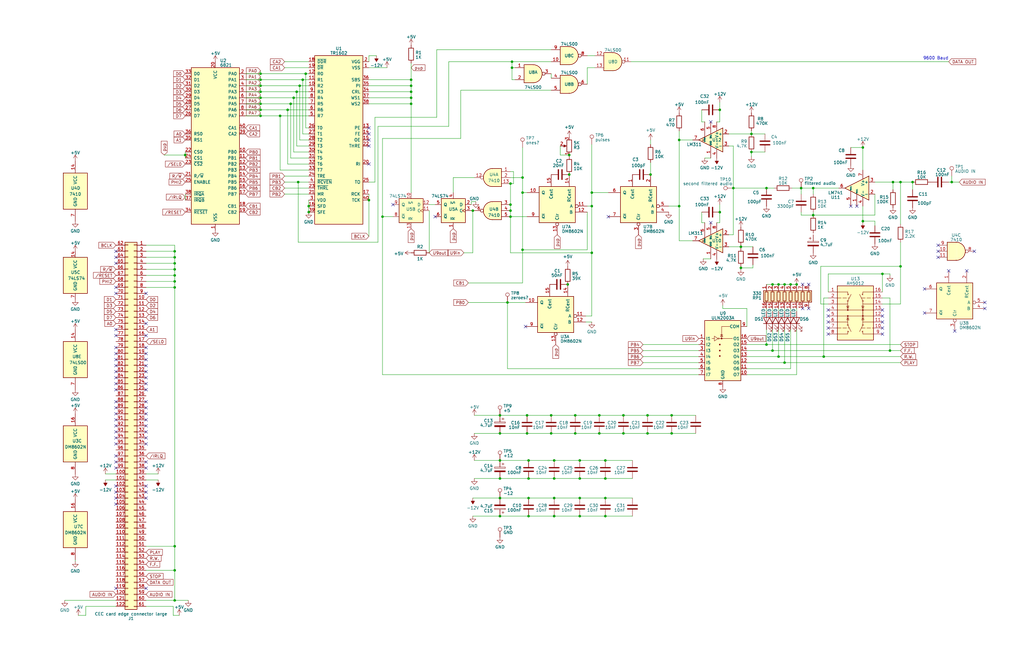
<source format=kicad_sch>
(kicad_sch (version 20230121) (generator eeschema)
  (paper "B")
  (junction (at 325.755 120.015))
  (junction (at 199.39 88.9))
  (junction (at 239.395 120.015))
  (junction (at 328.295 120.015))
  (junction (at 210.82 201.93))
  (junction (at 273.05 175.26))
  (junction (at 244.475 201.93))
  (junction (at 309.245 79.375))
  (junction (at 274.32 73.66))
  (junction (at 384.81 76.835))
  (junction (at 222.25 182.88))
  (junction (at 312.42 104.14))
  (junction (at 125.095 38.735))
  (junction (at 286.385 59.055))
  (junction (at 233.68 217.805))
  (junction (at 173.355 43.815))
  (junction (at 125.73 76.835))
  (junction (at 215.9 28.575))
  (junction (at 286.385 86.995))
  (junction (at 118.11 48.895))
  (junction (at 363.855 62.23))
  (junction (at 210.82 210.185))
  (junction (at 121.285 46.355))
  (junction (at 130.175 89.535))
  (junction (at 232.41 175.26))
  (junction (at 173.355 41.275))
  (junction (at 215.265 88.9))
  (junction (at 127.635 33.655))
  (junction (at 109.855 43.815))
  (junction (at 312.42 113.03))
  (junction (at 123.825 41.275))
  (junction (at 376.555 76.835))
  (junction (at 109.855 31.115))
  (junction (at 303.53 89.535))
  (junction (at 316.865 56.515))
  (junction (at 232.41 182.88))
  (junction (at 330.835 120.015))
  (junction (at 210.82 175.26))
  (junction (at 244.475 217.805))
  (junction (at 215.9 26.035))
  (junction (at 379.73 112.395))
  (junction (at 255.27 201.93))
  (junction (at 128.905 31.115))
  (junction (at 109.855 36.195))
  (junction (at 325.755 147.955))
  (junction (at 244.475 194.31))
  (junction (at 233.68 201.93))
  (junction (at 240.03 65.405))
  (junction (at 155.575 84.455))
  (junction (at 210.82 217.805))
  (junction (at 73.66 253.365))
  (junction (at 330.835 153.035))
  (junction (at 109.855 46.355))
  (junction (at 233.68 194.31))
  (junction (at 210.82 194.31))
  (junction (at 222.25 175.26))
  (junction (at 222.885 194.31))
  (junction (at 372.11 115.57))
  (junction (at 262.89 175.26))
  (junction (at 401.32 76.835))
  (junction (at 283.21 182.88))
  (junction (at 109.855 33.655))
  (junction (at 316.865 64.135))
  (junction (at 240.03 73.66))
  (junction (at 73.66 108.585))
  (junction (at 379.73 76.835))
  (junction (at 249.555 81.28))
  (junction (at 78.105 65.405))
  (junction (at 249.555 86.995))
  (junction (at 215.265 86.36))
  (junction (at 122.555 43.815))
  (junction (at 255.27 217.805))
  (junction (at 328.295 150.495))
  (junction (at 335.915 120.015))
  (junction (at 73.66 116.205))
  (junction (at 375.285 147.955))
  (junction (at 215.265 91.44))
  (junction (at 323.215 145.415))
  (junction (at 210.82 182.88))
  (junction (at 255.27 210.185))
  (junction (at 244.475 210.185))
  (junction (at 109.855 38.735))
  (junction (at 262.89 182.88))
  (junction (at 242.57 175.26))
  (junction (at 173.355 36.195))
  (junction (at 213.995 127.635))
  (junction (at 73.66 118.745))
  (junction (at 303.53 46.355))
  (junction (at 283.21 175.26))
  (junction (at 73.66 121.285))
  (junction (at 252.73 182.88))
  (junction (at 109.855 41.275))
  (junction (at 109.855 48.895))
  (junction (at 73.66 111.125))
  (junction (at 126.365 36.195))
  (junction (at 73.66 240.665))
  (junction (at 273.05 182.88))
  (junction (at 73.66 230.505))
  (junction (at 363.855 93.345))
  (junction (at 222.885 201.93))
  (junction (at 220.345 105.41))
  (junction (at 342.9 90.805))
  (junction (at 220.345 74.93))
  (junction (at 337.82 79.375))
  (junction (at 233.68 210.185))
  (junction (at 215.265 77.47))
  (junction (at 73.66 106.045))
  (junction (at 222.885 217.805))
  (junction (at 73.66 113.665))
  (junction (at 347.345 150.495))
  (junction (at 323.215 79.375))
  (junction (at 252.73 175.26))
  (junction (at 130.175 86.995))
  (junction (at 222.885 210.185))
  (junction (at 220.345 81.28))
  (junction (at 173.355 38.735))
  (junction (at 249.555 106.68))
  (junction (at 333.375 120.015))
  (junction (at 173.355 33.655))
  (junction (at 342.9 79.375))
  (junction (at 255.27 194.31))
  (junction (at 161.29 91.44))
  (junction (at 242.57 182.88))
  (no_connect (at 48.895 111.125))
  (no_connect (at 48.895 164.465))
  (no_connect (at 48.895 182.245))
  (no_connect (at 61.595 161.925))
  (no_connect (at 61.595 248.285))
  (no_connect (at 48.895 174.625))
  (no_connect (at 61.595 207.645))
  (no_connect (at 48.895 169.545))
  (no_connect (at 48.895 194.945))
  (no_connect (at 155.575 53.975))
  (no_connect (at 61.595 149.225))
  (no_connect (at 48.895 248.285))
  (no_connect (at 61.595 159.385))
  (no_connect (at 48.895 123.825))
  (no_connect (at 349.25 133.35))
  (no_connect (at 340.995 130.175))
  (no_connect (at 349.25 138.43))
  (no_connect (at 61.595 154.305))
  (no_connect (at 48.895 141.605))
  (no_connect (at 372.11 135.89))
  (no_connect (at 48.895 146.685))
  (no_connect (at 340.995 120.015))
  (no_connect (at 48.895 184.785))
  (no_connect (at 165.735 86.36))
  (no_connect (at 256.54 91.44))
  (no_connect (at 48.895 179.705))
  (no_connect (at 61.595 210.185))
  (no_connect (at 48.895 192.405))
  (no_connect (at 61.595 156.845))
  (no_connect (at 48.895 212.725))
  (no_connect (at 155.575 61.595))
  (no_connect (at 48.895 156.845))
  (no_connect (at 395.605 106.045))
  (no_connect (at 338.455 130.175))
  (no_connect (at 221.615 137.795))
  (no_connect (at 61.595 136.525))
  (no_connect (at 48.895 121.285))
  (no_connect (at 61.595 141.605))
  (no_connect (at 61.595 184.785))
  (no_connect (at 48.895 161.925))
  (no_connect (at 48.895 108.585))
  (no_connect (at 402.59 139.7))
  (no_connect (at 395.605 108.585))
  (no_connect (at 299.72 93.98))
  (no_connect (at 61.595 194.945))
  (no_connect (at 372.11 138.43))
  (no_connect (at 155.575 56.515))
  (no_connect (at 395.605 103.505))
  (no_connect (at 183.515 91.44))
  (no_connect (at 349.25 135.89))
  (no_connect (at 48.895 187.325))
  (no_connect (at 61.595 205.105))
  (no_connect (at 415.29 130.175))
  (no_connect (at 358.775 86.995))
  (no_connect (at 48.895 197.485))
  (no_connect (at 155.575 59.055))
  (no_connect (at 407.67 114.3))
  (no_connect (at 61.595 123.825))
  (no_connect (at 61.595 177.165))
  (no_connect (at 372.11 140.97))
  (no_connect (at 61.595 164.465))
  (no_connect (at 48.895 139.065))
  (no_connect (at 61.595 187.325))
  (no_connect (at 155.575 69.215))
  (no_connect (at 48.895 210.185))
  (no_connect (at 61.595 146.685))
  (no_connect (at 349.25 130.81))
  (no_connect (at 400.05 114.3))
  (no_connect (at 410.845 106.045))
  (no_connect (at 48.895 177.165))
  (no_connect (at 48.895 106.045))
  (no_connect (at 389.89 121.92))
  (no_connect (at 299.72 51.435))
  (no_connect (at 372.11 130.81))
  (no_connect (at 48.895 149.225))
  (no_connect (at 338.455 120.015))
  (no_connect (at 372.11 133.35))
  (no_connect (at 61.595 174.625))
  (no_connect (at 48.895 205.105))
  (no_connect (at 48.895 151.765))
  (no_connect (at 61.595 169.545))
  (no_connect (at 361.315 86.995))
  (no_connect (at 389.89 132.08))
  (no_connect (at 61.595 172.085))
  (no_connect (at 48.895 159.385))
  (no_connect (at 61.595 151.765))
  (no_connect (at 349.25 140.97))
  (no_connect (at 61.595 182.245))
  (no_connect (at 415.29 127.635))
  (no_connect (at 48.895 154.305))
  (no_connect (at 61.595 197.485))
  (no_connect (at 48.895 172.085))
  (no_connect (at 48.895 207.645))
  (no_connect (at 61.595 179.705))
  (wire (pts (xy 379.73 102.235) (xy 379.73 112.395)))
  (wire (pts (xy 274.32 68.58) (xy 274.32 73.66)))
  (wire (pts (xy 307.34 99.06) (xy 309.245 99.06)))
  (wire (pts (xy 184.15 20.955) (xy 232.41 20.955)))
  (wire (pts (xy 330.835 139.065) (xy 330.835 153.035)))
  (wire (pts (xy 309.245 79.375) (xy 323.215 79.375)))
  (wire (pts (xy 297.18 93.98) (xy 295.91 93.98)))
  (wire (pts (xy 200.025 182.88) (xy 210.82 182.88)))
  (wire (pts (xy 233.68 210.185) (xy 244.475 210.185)))
  (wire (pts (xy 297.18 66.675) (xy 299.72 66.675)))
  (wire (pts (xy 325.755 131.445) (xy 325.755 130.175)))
  (wire (pts (xy 337.82 81.915) (xy 337.82 79.375)))
  (wire (pts (xy 215.9 28.575) (xy 215.9 33.655)))
  (wire (pts (xy 159.385 53.34) (xy 189.23 53.34)))
  (wire (pts (xy 222.25 182.88) (xy 232.41 182.88)))
  (wire (pts (xy 349.25 115.57) (xy 349.25 123.19)))
  (wire (pts (xy 222.885 210.185) (xy 233.68 210.185)))
  (wire (pts (xy 109.855 43.815) (xy 122.555 43.815)))
  (wire (pts (xy 123.825 41.275) (xy 130.175 41.275)))
  (wire (pts (xy 155.575 76.835) (xy 158.115 76.835)))
  (wire (pts (xy 73.66 230.505) (xy 73.66 240.665)))
  (wire (pts (xy 222.885 201.93) (xy 233.68 201.93)))
  (wire (pts (xy 249.555 135.89) (xy 247.015 135.89)))
  (wire (pts (xy 61.595 103.505) (xy 73.66 103.505)))
  (wire (pts (xy 73.66 253.365) (xy 79.375 253.365)))
  (wire (pts (xy 247.65 105.41) (xy 220.345 105.41)))
  (wire (pts (xy 61.595 108.585) (xy 73.66 108.585)))
  (wire (pts (xy 249.555 106.68) (xy 215.265 106.68)))
  (wire (pts (xy 236.22 65.405) (xy 236.22 61.595)))
  (wire (pts (xy 401.32 76.835) (xy 401.32 74.295)))
  (wire (pts (xy 242.57 175.26) (xy 252.73 175.26)))
  (wire (pts (xy 375.285 125.73) (xy 375.285 147.955)))
  (wire (pts (xy 130.175 53.975) (xy 128.905 53.975)))
  (wire (pts (xy 121.285 69.215) (xy 121.285 46.355)))
  (wire (pts (xy 281.94 86.995) (xy 286.385 86.995)))
  (wire (pts (xy 217.17 33.655) (xy 215.9 33.655)))
  (wire (pts (xy 296.545 109.22) (xy 299.72 109.22)))
  (wire (pts (xy 330.835 120.015) (xy 333.375 120.015)))
  (wire (pts (xy 73.66 106.045) (xy 61.595 106.045)))
  (wire (pts (xy 337.82 89.535) (xy 337.82 90.805)))
  (wire (pts (xy 342.9 79.375) (xy 353.695 79.375)))
  (wire (pts (xy 249.555 106.68) (xy 249.555 133.35)))
  (wire (pts (xy 78.105 81.915) (xy 78.105 84.455)))
  (wire (pts (xy 349.25 128.27) (xy 346.075 128.27)))
  (wire (pts (xy 78.105 64.135) (xy 78.105 65.405)))
  (wire (pts (xy 379.73 112.395) (xy 379.73 128.27)))
  (wire (pts (xy 180.975 106.68) (xy 180.975 88.9)))
  (wire (pts (xy 314.96 153.035) (xy 330.835 153.035)))
  (wire (pts (xy 215.265 86.36) (xy 215.265 88.9)))
  (wire (pts (xy 109.855 33.655) (xy 127.635 33.655)))
  (wire (pts (xy 283.21 182.88) (xy 293.37 182.88)))
  (wire (pts (xy 194.31 58.42) (xy 194.31 38.1)))
  (wire (pts (xy 347.345 125.73) (xy 347.345 150.495)))
  (wire (pts (xy 161.29 158.115) (xy 294.64 158.115)))
  (wire (pts (xy 323.215 131.445) (xy 323.215 130.175)))
  (wire (pts (xy 307.34 56.515) (xy 316.865 56.515)))
  (wire (pts (xy 379.73 128.27) (xy 372.11 128.27)))
  (wire (pts (xy 61.595 200.025) (xy 66.675 200.025)))
  (wire (pts (xy 372.11 123.19) (xy 372.11 115.57)))
  (wire (pts (xy 233.68 201.93) (xy 244.475 201.93)))
  (wire (pts (xy 273.05 182.88) (xy 283.21 182.88)))
  (wire (pts (xy 335.915 139.065) (xy 335.915 158.115)))
  (wire (pts (xy 244.475 194.31) (xy 255.27 194.31)))
  (wire (pts (xy 126.365 59.055) (xy 126.365 36.195)))
  (wire (pts (xy 130.175 59.055) (xy 126.365 59.055)))
  (wire (pts (xy 303.53 43.18) (xy 303.53 46.355)))
  (wire (pts (xy 118.11 71.755) (xy 118.11 48.895)))
  (wire (pts (xy 333.375 120.015) (xy 335.915 120.015)))
  (wire (pts (xy 376.555 76.835) (xy 379.73 76.835)))
  (wire (pts (xy 155.575 23.495) (xy 155.575 26.035)))
  (wire (pts (xy 312.42 104.775) (xy 312.42 104.14)))
  (wire (pts (xy 309.245 61.595) (xy 309.245 79.375)))
  (wire (pts (xy 189.23 26.035) (xy 215.9 26.035)))
  (wire (pts (xy 155.575 33.655) (xy 173.355 33.655)))
  (wire (pts (xy 363.855 62.23) (xy 358.775 62.23)))
  (wire (pts (xy 120.015 74.295) (xy 130.175 74.295)))
  (wire (pts (xy 323.215 139.065) (xy 323.215 145.415)))
  (wire (pts (xy 155.575 36.195) (xy 173.355 36.195)))
  (wire (pts (xy 252.73 175.26) (xy 262.89 175.26)))
  (wire (pts (xy 158.75 23.495) (xy 155.575 23.495)))
  (wire (pts (xy 191.135 74.93) (xy 191.135 81.28)))
  (wire (pts (xy 103.505 38.735) (xy 109.855 38.735)))
  (wire (pts (xy 199.39 210.185) (xy 210.82 210.185)))
  (wire (pts (xy 249.555 60.96) (xy 249.555 81.28)))
  (wire (pts (xy 121.285 46.355) (xy 130.175 46.355)))
  (wire (pts (xy 328.295 131.445) (xy 328.295 130.175)))
  (wire (pts (xy 322.58 64.135) (xy 316.865 64.135)))
  (wire (pts (xy 197.485 119.38) (xy 220.345 119.38)))
  (wire (pts (xy 210.82 194.31) (xy 222.885 194.31)))
  (wire (pts (xy 349.25 115.57) (xy 372.11 115.57)))
  (wire (pts (xy 335.915 131.445) (xy 335.915 130.175)))
  (wire (pts (xy 292.1 59.055) (xy 286.385 59.055)))
  (wire (pts (xy 118.11 48.895) (xy 130.175 48.895)))
  (wire (pts (xy 215.265 91.44) (xy 215.265 88.9)))
  (wire (pts (xy 213.995 155.575) (xy 294.64 155.575)))
  (wire (pts (xy 303.53 93.98) (xy 303.53 89.535)))
  (wire (pts (xy 103.505 48.895) (xy 109.855 48.895)))
  (wire (pts (xy 215.9 26.035) (xy 232.41 26.035)))
  (wire (pts (xy 312.42 113.03) (xy 317.5 113.03)))
  (wire (pts (xy 73.025 255.905) (xy 61.595 255.905)))
  (wire (pts (xy 368.935 90.805) (xy 368.935 81.915)))
  (wire (pts (xy 61.595 240.665) (xy 73.66 240.665)))
  (wire (pts (xy 44.45 202.565) (xy 48.895 202.565)))
  (wire (pts (xy 233.68 194.31) (xy 244.475 194.31)))
  (wire (pts (xy 286.385 55.245) (xy 286.385 59.055)))
  (wire (pts (xy 161.29 58.42) (xy 194.31 58.42)))
  (wire (pts (xy 249.555 133.35) (xy 247.015 133.35)))
  (wire (pts (xy 222.885 217.805) (xy 233.68 217.805)))
  (wire (pts (xy 44.45 200.025) (xy 48.895 200.025)))
  (wire (pts (xy 346.075 128.27) (xy 346.075 112.395)))
  (wire (pts (xy 130.175 64.135) (xy 123.825 64.135)))
  (wire (pts (xy 333.375 139.065) (xy 333.375 155.575)))
  (wire (pts (xy 130.175 69.215) (xy 121.285 69.215)))
  (wire (pts (xy 69.215 65.405) (xy 78.105 65.405)))
  (wire (pts (xy 250.825 23.495) (xy 247.65 23.495)))
  (wire (pts (xy 61.595 230.505) (xy 73.66 230.505)))
  (wire (pts (xy 118.11 71.755) (xy 130.175 71.755)))
  (wire (pts (xy 244.475 210.185) (xy 255.27 210.185)))
  (wire (pts (xy 376.555 80.01) (xy 376.555 76.835)))
  (wire (pts (xy 255.27 210.185) (xy 266.7 210.185)))
  (wire (pts (xy 126.365 36.195) (xy 130.175 36.195)))
  (wire (pts (xy 274.32 59.055) (xy 274.32 60.96)))
  (wire (pts (xy 128.905 31.115) (xy 130.175 31.115)))
  (wire (pts (xy 103.505 33.655) (xy 109.855 33.655)))
  (wire (pts (xy 73.66 121.285) (xy 73.66 118.745)))
  (wire (pts (xy 127.635 33.655) (xy 130.175 33.655)))
  (wire (pts (xy 271.145 145.415) (xy 294.64 145.415)))
  (wire (pts (xy 109.855 31.115) (xy 128.905 31.115)))
  (wire (pts (xy 363.855 71.755) (xy 363.855 62.23)))
  (wire (pts (xy 363.855 86.995) (xy 363.855 93.345)))
  (wire (pts (xy 314.96 150.495) (xy 328.295 150.495)))
  (wire (pts (xy 247.65 28.575) (xy 250.825 28.575)))
  (wire (pts (xy 61.595 118.745) (xy 73.66 118.745)))
  (wire (pts (xy 271.145 150.495) (xy 294.64 150.495)))
  (wire (pts (xy 103.505 36.195) (xy 109.855 36.195)))
  (wire (pts (xy 273.05 175.26) (xy 283.21 175.26)))
  (wire (pts (xy 304.8 130.175) (xy 304.8 128.905)))
  (wire (pts (xy 232.41 31.115) (xy 232.41 33.02)))
  (wire (pts (xy 173.355 36.195) (xy 173.355 38.735)))
  (wire (pts (xy 316.865 56.515) (xy 322.58 56.515)))
  (wire (pts (xy 128.905 53.975) (xy 128.905 31.115)))
  (wire (pts (xy 372.11 125.73) (xy 375.285 125.73)))
  (wire (pts (xy 125.095 38.735) (xy 130.175 38.735)))
  (wire (pts (xy 384.81 80.01) (xy 384.81 76.835)))
  (wire (pts (xy 103.505 41.275) (xy 109.855 41.275)))
  (wire (pts (xy 215.265 77.47) (xy 216.535 77.47)))
  (wire (pts (xy 61.595 253.365) (xy 73.66 253.365)))
  (wire (pts (xy 155.575 81.915) (xy 155.575 84.455)))
  (wire (pts (xy 109.855 37.465) (xy 109.855 38.735)))
  (wire (pts (xy 103.505 31.115) (xy 109.855 31.115)))
  (wire (pts (xy 330.835 153.035) (xy 379.73 153.035)))
  (wire (pts (xy 215.265 77.47) (xy 215.265 86.36)))
  (wire (pts (xy 61.595 116.205) (xy 73.66 116.205)))
  (wire (pts (xy 304.8 130.175) (xy 314.96 130.175)))
  (wire (pts (xy 222.885 194.31) (xy 233.68 194.31)))
  (wire (pts (xy 199.39 88.9) (xy 200.025 88.9)))
  (wire (pts (xy 247.65 86.995) (xy 249.555 86.995)))
  (wire (pts (xy 314.96 158.115) (xy 335.915 158.115)))
  (wire (pts (xy 161.29 58.42) (xy 161.29 91.44)))
  (wire (pts (xy 200.025 74.93) (xy 191.135 74.93)))
  (wire (pts (xy 215.265 74.93) (xy 220.345 74.93)))
  (wire (pts (xy 222.25 175.26) (xy 232.41 175.26)))
  (wire (pts (xy 255.27 194.31) (xy 266.7 194.31)))
  (wire (pts (xy 240.03 65.405) (xy 240.03 66.04)))
  (wire (pts (xy 295.91 51.435) (xy 295.91 46.355)))
  (wire (pts (xy 75.565 259.715) (xy 73.025 259.715)))
  (wire (pts (xy 73.66 240.665) (xy 73.66 253.365)))
  (wire (pts (xy 73.66 116.205) (xy 73.66 113.665)))
  (wire (pts (xy 404.495 76.835) (xy 401.32 76.835)))
  (wire (pts (xy 109.855 46.355) (xy 121.285 46.355)))
  (wire (pts (xy 262.89 175.26) (xy 273.05 175.26)))
  (wire (pts (xy 247.65 35.56) (xy 247.65 28.575)))
  (wire (pts (xy 215.9 28.575) (xy 215.9 26.035)))
  (wire (pts (xy 379.73 94.615) (xy 379.73 76.835)))
  (wire (pts (xy 163.195 28.575) (xy 155.575 28.575)))
  (wire (pts (xy 109.855 45.085) (xy 109.855 46.355)))
  (wire (pts (xy 328.295 139.065) (xy 328.295 150.495)))
  (wire (pts (xy 286.385 101.6) (xy 292.1 101.6)))
  (wire (pts (xy 220.345 62.23) (xy 220.345 74.93)))
  (wire (pts (xy 337.82 90.805) (xy 342.9 90.805)))
  (wire (pts (xy 220.345 81.28) (xy 220.345 105.41)))
  (wire (pts (xy 73.66 113.665) (xy 61.595 113.665)))
  (wire (pts (xy 325.755 139.065) (xy 325.755 147.955)))
  (wire (pts (xy 252.73 182.88) (xy 262.89 182.88)))
  (wire (pts (xy 120.015 81.915) (xy 130.175 81.915)))
  (wire (pts (xy 120.015 26.035) (xy 130.175 26.035)))
  (wire (pts (xy 210.82 217.805) (xy 222.885 217.805)))
  (wire (pts (xy 109.855 38.735) (xy 125.095 38.735)))
  (wire (pts (xy 173.355 41.275) (xy 173.355 43.815)))
  (wire (pts (xy 103.505 46.355) (xy 109.855 46.355)))
  (wire (pts (xy 210.82 210.185) (xy 222.885 210.185)))
  (wire (pts (xy 199.39 217.805) (xy 210.82 217.805)))
  (wire (pts (xy 334.01 79.375) (xy 337.82 79.375)))
  (wire (pts (xy 109.855 42.545) (xy 109.855 43.815)))
  (wire (pts (xy 130.175 61.595) (xy 125.095 61.595)))
  (wire (pts (xy 215.265 91.44) (xy 222.25 91.44)))
  (wire (pts (xy 247.65 89.535) (xy 247.65 105.41)))
  (wire (pts (xy 220.345 105.41) (xy 220.345 119.38)))
  (wire (pts (xy 317.5 113.03) (xy 317.5 111.76)))
  (wire (pts (xy 220.345 81.28) (xy 222.25 81.28)))
  (wire (pts (xy 295.91 93.98) (xy 295.91 89.535)))
  (wire (pts (xy 173.355 38.735) (xy 173.355 41.275)))
  (wire (pts (xy 73.66 113.665) (xy 73.66 111.125)))
  (wire (pts (xy 233.68 217.805) (xy 244.475 217.805)))
  (wire (pts (xy 210.82 201.93) (xy 222.885 201.93)))
  (wire (pts (xy 368.935 95.25) (xy 368.935 93.345)))
  (wire (pts (xy 120.015 76.835) (xy 125.73 76.835)))
  (wire (pts (xy 159.385 102.235) (xy 159.385 53.34)))
  (wire (pts (xy 27.305 253.365) (xy 48.895 253.365)))
  (wire (pts (xy 213.995 127.635) (xy 213.995 155.575)))
  (wire (pts (xy 297.18 51.435) (xy 295.91 51.435)))
  (wire (pts (xy 256.54 81.28) (xy 249.555 81.28)))
  (wire (pts (xy 155.575 84.455) (xy 155.575 99.695)))
  (wire (pts (xy 198.755 86.36) (xy 198.755 85.09)))
  (wire (pts (xy 215.9 28.575) (xy 217.17 28.575)))
  (wire (pts (xy 368.935 93.345) (xy 363.855 93.345)))
  (wire (pts (xy 249.555 81.28) (xy 249.555 86.995)))
  (wire (pts (xy 197.485 127.635) (xy 213.995 127.635)))
  (wire (pts (xy 255.27 217.805) (xy 266.7 217.805)))
  (wire (pts (xy 325.755 120.015) (xy 328.295 120.015)))
  (wire (pts (xy 302.26 93.98) (xy 303.53 93.98)))
  (wire (pts (xy 302.26 51.435) (xy 303.53 51.435)))
  (wire (pts (xy 198.755 85.09) (xy 200.66 85.09)))
  (wire (pts (xy 199.39 88.9) (xy 199.39 106.68)))
  (wire (pts (xy 130.175 84.455) (xy 130.175 86.995)))
  (wire (pts (xy 240.03 65.405) (xy 236.22 65.405)))
  (wire (pts (xy 199.39 106.68) (xy 195.58 106.68)))
  (wire (pts (xy 337.82 79.375) (xy 342.9 79.375)))
  (wire (pts (xy 309.245 79.375) (xy 309.245 99.06)))
  (wire (pts (xy 271.145 147.955) (xy 294.64 147.955)))
  (wire (pts (xy 158.115 76.835) (xy 158.115 49.53)))
  (wire (pts (xy 194.31 38.1) (xy 232.41 38.1)))
  (wire (pts (xy 323.215 145.415) (xy 379.73 145.415)))
  (wire (pts (xy 368.935 76.835) (xy 376.555 76.835)))
  (wire (pts (xy 158.115 49.53) (xy 184.15 49.53)))
  (wire (pts (xy 342.9 90.805) (xy 368.935 90.805)))
  (wire (pts (xy 73.66 108.585) (xy 73.66 106.045)))
  (wire (pts (xy 120.015 79.375) (xy 130.175 79.375)))
  (wire (pts (xy 323.215 79.375) (xy 326.39 79.375)))
  (wire (pts (xy 161.29 91.44) (xy 161.29 158.115)))
  (wire (pts (xy 155.575 43.815) (xy 173.355 43.815)))
  (wire (pts (xy 312.42 104.14) (xy 317.5 104.14)))
  (wire (pts (xy 379.73 76.835) (xy 384.81 76.835)))
  (wire (pts (xy 36.195 255.905) (xy 48.895 255.905)))
  (wire (pts (xy 109.855 36.195) (xy 126.365 36.195)))
  (wire (pts (xy 122.555 43.815) (xy 130.175 43.815)))
  (wire (pts (xy 173.355 43.815) (xy 173.355 81.28)))
  (wire (pts (xy 125.73 76.835) (xy 125.73 102.235)))
  (wire (pts (xy 242.57 182.88) (xy 252.73 182.88)))
  (wire (pts (xy 61.595 121.285) (xy 73.66 121.285)))
  (wire (pts (xy 333.375 131.445) (xy 333.375 130.175)))
  (wire (pts (xy 184.15 49.53) (xy 184.15 20.955)))
  (wire (pts (xy 36.195 259.715) (xy 36.195 255.905)))
  (wire (pts (xy 210.82 182.88) (xy 222.25 182.88)))
  (wire (pts (xy 314.96 155.575) (xy 333.375 155.575)))
  (wire (pts (xy 325.755 147.955) (xy 375.285 147.955)))
  (wire (pts (xy 198.755 88.9) (xy 199.39 88.9)))
  (wire (pts (xy 309.245 61.595) (xy 307.34 61.595)))
  (wire (pts (xy 122.555 66.675) (xy 130.175 66.675)))
  (wire (pts (xy 312.42 113.665) (xy 312.42 113.03)))
  (wire (pts (xy 109.855 29.845) (xy 109.855 31.115)))
  (wire (pts (xy 372.11 115.57) (xy 375.285 115.57)))
  (wire (pts (xy 314.96 130.175) (xy 314.96 137.795)))
  (wire (pts (xy 342.9 89.535) (xy 342.9 90.805)))
  (wire (pts (xy 375.285 115.57) (xy 375.285 116.205)))
  (wire (pts (xy 330.835 131.445) (xy 330.835 130.175)))
  (wire (pts (xy 31.75 236.22) (xy 31.75 236.855)))
  (wire (pts (xy 271.145 153.035) (xy 294.64 153.035)))
  (wire (pts (xy 127.635 56.515) (xy 127.635 33.655)))
  (wire (pts (xy 213.995 127.635) (xy 221.615 127.635)))
  (wire (pts (xy 328.295 120.015) (xy 330.835 120.015)))
  (wire (pts (xy 200.025 201.93) (xy 210.82 201.93)))
  (wire (pts (xy 103.505 43.815) (xy 109.855 43.815)))
  (wire (pts (xy 123.825 64.135) (xy 123.825 41.275)))
  (wire (pts (xy 328.295 150.495) (xy 347.345 150.495)))
  (wire (pts (xy 125.73 76.835) (xy 130.175 76.835)))
  (wire (pts (xy 109.855 41.275) (xy 123.825 41.275)))
  (wire (pts (xy 262.89 182.88) (xy 273.05 182.88)))
  (wire (pts (xy 125.095 61.595) (xy 125.095 38.735)))
  (wire (pts (xy 314.96 147.955) (xy 325.755 147.955)))
  (wire (pts (xy 109.855 34.925) (xy 109.855 36.195)))
  (wire (pts (xy 200.025 194.31) (xy 210.82 194.31)))
  (wire (pts (xy 346.075 112.395) (xy 379.73 112.395)))
  (wire (pts (xy 220.345 74.93) (xy 220.345 81.28)))
  (wire (pts (xy 78.105 65.405) (xy 78.105 66.675)))
  (wire (pts (xy 363.855 93.345) (xy 363.855 93.98)))
  (wire (pts (xy 73.66 106.045) (xy 73.66 103.505)))
  (wire (pts (xy 249.555 86.995) (xy 249.555 106.68)))
  (wire (pts (xy 155.575 41.275) (xy 173.355 41.275)))
  (wire (pts (xy 244.475 201.93) (xy 255.27 201.93)))
  (wire (pts (xy 314.96 145.415) (xy 323.215 145.415)))
  (wire (pts (xy 216.535 72.39) (xy 215.265 72.39)))
  (wire (pts (xy 180.975 86.36) (xy 183.515 86.36)))
  (wire (pts (xy 266.065 26.035) (xy 400.05 26.035)))
  (wire (pts (xy 73.66 111.125) (xy 61.595 111.125)))
  (wire (pts (xy 303.53 86.36) (xy 303.53 89.535)))
  (wire (pts (xy 349.25 125.73) (xy 347.345 125.73)))
  (wire (pts (xy 73.66 121.285) (xy 73.66 230.505)))
  (wire (pts (xy 122.555 66.675) (xy 122.555 43.815)))
  (wire (pts (xy 216.535 77.47) (xy 216.535 72.39)))
  (wire (pts (xy 232.41 182.88) (xy 242.57 182.88)))
  (wire (pts (xy 303.53 51.435) (xy 303.53 46.355)))
  (wire (pts (xy 286.385 59.055) (xy 286.385 86.995)))
  (wire (pts (xy 347.345 150.495) (xy 379.73 150.495)))
  (wire (pts (xy 120.015 28.575) (xy 130.175 28.575)))
  (wire (pts (xy 316.865 64.135) (xy 316.865 66.04)))
  (wire (pts (xy 316.865 55.245) (xy 316.865 56.515)))
  (wire (pts (xy 244.475 217.805) (xy 255.27 217.805)))
  (wire (pts (xy 165.735 91.44) (xy 161.29 91.44)))
  (wire (pts (xy 189.23 53.34) (xy 189.23 26.035)))
  (wire (pts (xy 73.66 111.125) (xy 73.66 108.585)))
  (wire (pts (xy 73.66 118.745) (xy 73.66 116.205)))
  (wire (pts (xy 61.595 202.565) (xy 66.675 202.565)))
  (wire (pts (xy 155.575 38.735) (xy 173.355 38.735)))
  (wire (pts (xy 255.27 201.93) (xy 266.7 201.93)))
  (wire (pts (xy 286.385 86.995) (xy 286.385 101.6)))
  (wire (pts (xy 200.025 175.26) (xy 210.82 175.26)))
  (wire (pts (xy 109.855 47.625) (xy 109.855 48.895)))
  (wire (pts (xy 215.265 106.68) (xy 215.265 91.44)))
  (wire (pts (xy 232.41 175.26) (xy 242.57 175.26)))
  (wire (pts (xy 36.195 259.715) (xy 33.02 259.715)))
  (wire (pts (xy 375.285 147.955) (xy 379.73 147.955)))
  (wire (pts (xy 312.42 113.03) (xy 312.42 112.395)))
  (wire (pts (xy 323.215 120.015) (xy 325.755 120.015)))
  (wire (pts (xy 109.855 48.895) (xy 118.11 48.895)))
  (wire (pts (xy 283.21 175.26) (xy 293.37 175.26)))
  (wire (pts (xy 312.42 104.14) (xy 312.42 103.505)))
  (wire (pts (xy 307.34 104.14) (xy 312.42 104.14)))
  (wire (pts (xy 342.9 81.915) (xy 342.9 79.375)))
  (wire (pts (xy 73.025 259.715) (xy 73.025 255.905)))
  (wire (pts (xy 109.855 40.005) (xy 109.855 41.275)))
  (wire (pts (xy 400.05 76.835) (xy 401.32 76.835)))
  (wire (pts (xy 173.355 33.655) (xy 173.355 36.195)))
  (wire (pts (xy 173.355 26.67) (xy 173.355 33.655)))
  (wire (pts (xy 210.82 175.26) (xy 222.25 175.26)))
  (wire (pts (xy 130.175 86.995) (xy 130.175 89.535)))
  (wire (pts (xy 125.73 102.235) (xy 159.385 102.235)))
  (wire (pts (xy 130.175 56.515) (xy 127.635 56.515)))
  (wire (pts (xy 109.855 32.385) (xy 109.855 33.655)))
  (text "9600 Baud" (at 389.255 25.4 0) (effects (font (size 1.27 1.27)) (justify left bottom)))
  (global_label "DATA OUT" (shape input) (at 400.05 26.035 0) (property "Intersheetrefs" "${INTERSHEET_REFS}" (effects hide)))
  (global_label "BCLK" (shape input) (at 48.895 103.505 180) (property "Intersheetrefs" "${INTERSHEET_REFS}" (effects hide)))
  (global_label "{slash}RESET" (shape input) (at 78.105 89.535 180) (property "Intersheetrefs" "${INTERSHEET_REFS}" (effects hide)))
  (global_label "D7" (shape input) (at 48.895 133.985 180) (property "Intersheetrefs" "${INTERSHEET_REFS}" (effects hide)))
  (global_label "PB6" (shape input) (at 271.145 150.495 180) (property "Intersheetrefs" "${INTERSHEET_REFS}" (effects hide)))
  (global_label "DATA OUT" (shape input) (at 61.595 245.745 0) (property "Intersheetrefs" "${INTERSHEET_REFS}" (effects hide)))
  (global_label "R{slash}~{W}" (shape input) (at 78.105 74.295 180) (property "Intersheetrefs" "${INTERSHEET_REFS}" (effects hide)))
  (global_label "PB0" (shape input) (at 103.505 64.135 0) (property "Intersheetrefs" "${INTERSHEET_REFS}" (effects hide)))
  (global_label "D6" (shape input) (at 78.105 46.355 180) (property "Intersheetrefs" "${INTERSHEET_REFS}" (effects hide)))
  (global_label "PA0" (shape input) (at 109.855 29.845 180) (property "Intersheetrefs" "${INTERSHEET_REFS}" (effects hide)))
  (global_label "PB4" (shape input) (at 103.505 74.295 0) (property "Intersheetrefs" "${INTERSHEET_REFS}" (effects hide)))
  (global_label "D4" (shape input) (at 78.105 41.275 180) (property "Intersheetrefs" "${INTERSHEET_REFS}" (effects hide)))
  (global_label "PA4" (shape input) (at 109.855 40.005 180) (property "Intersheetrefs" "${INTERSHEET_REFS}" (effects hide)))
  (global_label "D2" (shape input) (at 78.105 36.195 180) (property "Intersheetrefs" "${INTERSHEET_REFS}" (effects hide)))
  (global_label "PB1" (shape input) (at 103.505 66.675 0) (property "Intersheetrefs" "${INTERSHEET_REFS}" (effects hide)))
  (global_label "CB2" (shape input) (at 103.505 89.535 0) (property "Intersheetrefs" "${INTERSHEET_REFS}" (effects hide)))
  (global_label "F.F." (shape input) (at 379.73 147.955 0) (property "Intersheetrefs" "${INTERSHEET_REFS}" (effects hide)))
  (global_label "pup" (shape input) (at 173.355 28.575 0) (property "Intersheetrefs" "${INTERSHEET_REFS}" (effects hide)))
  (global_label "PA1" (shape input) (at 109.855 32.385 180) (property "Intersheetrefs" "${INTERSHEET_REFS}" (effects hide)))
  (global_label "D3" (shape input) (at 48.895 128.905 180) (property "Intersheetrefs" "${INTERSHEET_REFS}" (effects hide)))
  (global_label "pup" (shape input) (at 234.95 99.06 270) (property "Intersheetrefs" "${INTERSHEET_REFS}" (effects hide)))
  (global_label "PB0" (shape input) (at 197.485 127.635 180) (property "Intersheetrefs" "${INTERSHEET_REFS}" (effects hide)))
  (global_label "PB7" (shape input) (at 103.505 81.915 0) (property "Intersheetrefs" "${INTERSHEET_REFS}" (effects hide)))
  (global_label "{slash}IRLQ" (shape input) (at 61.595 192.405 0) (property "Intersheetrefs" "${INTERSHEET_REFS}" (effects hide)))
  (global_label "PB2" (shape input) (at 120.015 81.915 180) (property "Intersheetrefs" "${INTERSHEET_REFS}" (effects hide)))
  (global_label "R.W." (shape input) (at 379.73 150.495 0) (property "Intersheetrefs" "${INTERSHEET_REFS}" (effects hide)))
  (global_label "PA5" (shape input) (at 109.855 42.545 180) (property "Intersheetrefs" "${INTERSHEET_REFS}" (effects hide)))
  (global_label "pup" (shape input) (at 191.135 96.52 270) (property "Intersheetrefs" "${INTERSHEET_REFS}" (effects hide)))
  (global_label "D6" (shape input) (at 61.595 133.985 0) (property "Intersheetrefs" "${INTERSHEET_REFS}" (effects hide)))
  (global_label "D0" (shape input) (at 78.105 31.115 180) (property "Intersheetrefs" "${INTERSHEET_REFS}" (effects hide)))
  (global_label "U9out" (shape input) (at 180.975 106.68 0) (property "Intersheetrefs" "${INTERSHEET_REFS}" (effects hide)))
  (global_label "PA7" (shape input) (at 109.855 47.625 180) (property "Intersheetrefs" "${INTERSHEET_REFS}" (effects hide)))
  (global_label "CA2" (shape input) (at 103.505 56.515 0) (property "Intersheetrefs" "${INTERSHEET_REFS}" (effects hide)))
  (global_label "PLAY" (shape input) (at 379.73 153.035 0) (property "Intersheetrefs" "${INTERSHEET_REFS}" (effects hide)))
  (global_label "A0" (shape input) (at 78.105 56.515 180) (property "Intersheetrefs" "${INTERSHEET_REFS}" (effects hide)))
  (global_label "PHI2" (shape input) (at 48.895 118.745 180) (property "Intersheetrefs" "${INTERSHEET_REFS}" (effects hide)))
  (global_label "STOP" (shape input) (at 61.595 243.205 0) (property "Intersheetrefs" "${INTERSHEET_REFS}" (effects hide)))
  (global_label "AUDIO IN" (shape input) (at 61.595 250.825 0) (property "Intersheetrefs" "${INTERSHEET_REFS}" (effects hide)))
  (global_label "pup" (shape input) (at 269.24 99.06 270) (property "Intersheetrefs" "${INTERSHEET_REFS}" (effects hide)))
  (global_label "PHI2" (shape input) (at 78.105 76.835 180) (property "Intersheetrefs" "${INTERSHEET_REFS}" (effects hide)))
  (global_label "{slash}RESET" (shape input) (at 48.895 116.205 180) (property "Intersheetrefs" "${INTERSHEET_REFS}" (effects hide)))
  (global_label "PB5" (shape input) (at 271.145 147.955 180) (property "Intersheetrefs" "${INTERSHEET_REFS}" (effects hide)))
  (global_label "R.W." (shape input) (at 61.595 235.585 0) (property "Intersheetrefs" "${INTERSHEET_REFS}" (effects hide)))
  (global_label "PB6" (shape input) (at 103.505 79.375 0) (property "Intersheetrefs" "${INTERSHEET_REFS}" (effects hide)))
  (global_label "U9in" (shape input) (at 195.58 106.68 180) (property "Intersheetrefs" "${INTERSHEET_REFS}" (effects hide)))
  (global_label "CB1" (shape input) (at 197.485 119.38 180) (property "Intersheetrefs" "${INTERSHEET_REFS}" (effects hide)))
  (global_label "R{slash}~{W}" (shape input) (at 48.895 113.665 180) (property "Intersheetrefs" "${INTERSHEET_REFS}" (effects hide)))
  (global_label "D1" (shape input) (at 78.105 33.655 180) (property "Intersheetrefs" "${INTERSHEET_REFS}" (effects hide)))
  (global_label "PB2" (shape input) (at 103.505 69.215 0) (property "Intersheetrefs" "${INTERSHEET_REFS}" (effects hide)))
  (global_label "PB1" (shape input) (at 120.015 74.295 180) (property "Intersheetrefs" "${INTERSHEET_REFS}" (effects hide)))
  (global_label "D0" (shape input) (at 61.595 126.365 0) (property "Intersheetrefs" "${INTERSHEET_REFS}" (effects hide)))
  (global_label "PB3" (shape input) (at 120.015 76.835 180) (property "Intersheetrefs" "${INTERSHEET_REFS}" (effects hide)))
  (global_label "BCLK" (shape input) (at 155.575 99.695 180) (property "Intersheetrefs" "${INTERSHEET_REFS}" (effects hide)))
  (global_label "PLAY" (shape input) (at 61.595 233.045 0) (property "Intersheetrefs" "${INTERSHEET_REFS}" (effects hide)))
  (global_label "U9out" (shape input) (at 314.96 142.875 0) (property "Intersheetrefs" "${INTERSHEET_REFS}" (effects hide)))
  (global_label "AUDIO IN" (shape input) (at 404.495 76.835 0) (property "Intersheetrefs" "${INTERSHEET_REFS}" (effects hide)))
  (global_label "PB3" (shape input) (at 103.505 71.755 0) (property "Intersheetrefs" "${INTERSHEET_REFS}" (effects hide)))
  (global_label "PA6" (shape input) (at 109.855 45.085 180) (property "Intersheetrefs" "${INTERSHEET_REFS}" (effects hide)))
  (global_label "PA3" (shape input) (at 109.855 37.465 180) (property "Intersheetrefs" "${INTERSHEET_REFS}" (effects hide)))
  (global_label "D2" (shape input) (at 61.595 128.905 0) (property "Intersheetrefs" "${INTERSHEET_REFS}" (effects hide)))
  (global_label "pup" (shape input) (at 234.315 145.415 270) (property "Intersheetrefs" "${INTERSHEET_REFS}" (effects hide)))
  (global_label "PB4" (shape input) (at 271.145 145.415 180) (property "Intersheetrefs" "${INTERSHEET_REFS}" (effects hide)))
  (global_label "D7" (shape input) (at 78.105 48.895 180) (property "Intersheetrefs" "${INTERSHEET_REFS}" (effects hide)))
  (global_label "D5" (shape input) (at 48.895 131.445 180) (property "Intersheetrefs" "${INTERSHEET_REFS}" (effects hide)))
  (global_label "pup" (shape input) (at 69.215 65.405 90) (property "Intersheetrefs" "${INTERSHEET_REFS}" (effects hide)))
  (global_label "D4" (shape input) (at 61.595 131.445 0) (property "Intersheetrefs" "${INTERSHEET_REFS}" (effects hide)))
  (global_label "D1" (shape input) (at 48.895 126.365 180) (property "Intersheetrefs" "${INTERSHEET_REFS}" (effects hide)))
  (global_label "A1" (shape input) (at 78.105 59.055 180) (property "Intersheetrefs" "${INTERSHEET_REFS}" (effects hide)))
  (global_label "D3" (shape input) (at 78.105 38.735 180) (property "Intersheetrefs" "${INTERSHEET_REFS}" (effects hide)))
  (global_label "D5" (shape input) (at 78.105 43.815 180) (property "Intersheetrefs" "${INTERSHEET_REFS}" (effects hide)))
  (global_label "PB7" (shape input) (at 271.145 153.035 180) (property "Intersheetrefs" "${INTERSHEET_REFS}" (effects hide)))
  (global_label "CA2" (shape input) (at 120.015 26.035 180) (property "Intersheetrefs" "${INTERSHEET_REFS}" (effects hide)))
  (global_label "AUDIO IN" (shape input) (at 48.895 250.825 180) (property "Intersheetrefs" "${INTERSHEET_REFS}" (effects hide)))
  (global_label "PA2" (shape input) (at 109.855 34.925 180) (property "Intersheetrefs" "${INTERSHEET_REFS}" (effects hide)))
  (global_label "CA1" (shape input) (at 103.505 53.975 0) (property "Intersheetrefs" "${INTERSHEET_REFS}" (effects hide)))
  (global_label "pup" (shape input) (at 173.355 96.52 270) (property "Intersheetrefs" "${INTERSHEET_REFS}" (effects hide)))
  (global_label "CA1" (shape input) (at 120.015 28.575 180) (property "Intersheetrefs" "${INTERSHEET_REFS}" (effects hide)))
  (global_label "U9in" (shape input) (at 294.64 142.875 180) (property "Intersheetrefs" "${INTERSHEET_REFS}" (effects hide)))
  (global_label "A1" (shape input) (at 61.595 139.065 0) (property "Intersheetrefs" "${INTERSHEET_REFS}" (effects hide)))
  (global_label "{slash}SEL0" (shape input) (at 61.595 144.145 0) (property "Intersheetrefs" "${INTERSHEET_REFS}" (effects hide)))
  (global_label "F.F." (shape input) (at 61.595 238.125 0) (property "Intersheetrefs" "${INTERSHEET_REFS}" (effects hide)))
  (global_label "A0" (shape input) (at 48.895 136.525 180) (property "Intersheetrefs" "${INTERSHEET_REFS}" (effects hide)))
  (global_label "CB2" (shape input) (at 120.015 79.375 180) (property "Intersheetrefs" "${INTERSHEET_REFS}" (effects hide)))
  (global_label "{slash}SEL0" (shape input) (at 78.105 69.215 180) (property "Intersheetrefs" "${INTERSHEET_REFS}" (effects hide)))
  (global_label "STOP" (shape input) (at 379.73 145.415 0) (property "Intersheetrefs" "${INTERSHEET_REFS}" (effects hide)))
  (global_label "PB5" (shape input) (at 103.505 76.835 0) (property "Intersheetrefs" "${INTERSHEET_REFS}" (effects hide)))
  (global_label "CB1" (shape input) (at 103.505 86.995 0) (property "Intersheetrefs" "${INTERSHEET_REFS}" (effects hide)))
  (global_label "{slash}IRLQ" (shape input) (at 78.105 83.185 180) (property "Intersheetrefs" "${INTERSHEET_REFS}" (effects hide)))
  (symbol (lib_id "Device:R") (at 330.2 79.375 270) (mirror x) (unit 1)
    (property "Reference" "R12" (at 330.2 75.3491 90))
    (property "Value" "10K" (at 330.2 77.2701 90))
    (property "Footprint" "Resistor_THT:R_Axial_DIN0309_L9.0mm_D3.2mm_P12.70mm_Horizontal" (effects hide))
  )
  (symbol (lib_id "Device:C") (at 255.27 213.995 0) (mirror y) (unit 1)
    (property "Reference" "C30" (at 252.349 213.3513 0) (effects (justify left)))
    (property "Value" "10nF" (at 252.349 215.2723 0) (effects (justify left)))
    (property "Footprint" "Capacitor_THT:C_Rect_L9.0mm_W2.5mm_P7.50mm_MKT" (effects hide))
  )
  (symbol (lib_id "Transistor_Array:ULN2003A") (at 304.8 147.955 0) (unit 1)
    (property "Reference" "U9" (at 304.8 132.2451 0))
    (property "Value" "ULN2003A" (at 304.8 134.1661 0))
    (property "Footprint" "Package_DIP:DIP-16_W7.62mm" (effects hide))
    (property "Datasheet" "http://www.ti.com/lit/ds/symlink/uln2003a.pdf" (effects hide))
  )
  (symbol (lib_id "Evan's parts:DM8602N") (at 234.315 132.715 0) (unit 1)
    (property "Reference" "U3" (at 236.2709 142.0575 0) (effects (justify left)))
    (property "Value" "DM8602N" (at 236.2709 143.9785 0) (effects (justify left)))
  )
  (symbol (lib_id "Device:LED") (at 335.915 135.255 90) (unit 1)
    (property "Reference" "DS6" (at 337.185 134.62 90) (effects (justify right)))
    (property "Value" "LED" (at 334.645 130.175 0) (effects (justify right)))
    (property "Footprint" "LED_THT:LED_D5.0mm_Horizontal_O3.81mm_Z15.0mm" (effects hide))
  )
  (symbol (lib_id "Device:C") (at 262.89 179.07 0) (mirror y) (unit 1)
    (property "Reference" "C20" (at 259.969 178.4263 0) (effects (justify left)))
    (property "Value" "10nF" (at 259.969 180.3473 0) (effects (justify left)))
    (property "Footprint" "Capacitor_THT:C_Rect_L9.0mm_W2.5mm_P7.50mm_MKT" (effects hide))
  )
  (symbol (lib_id "Device:C") (at 266.7 198.12 0) (mirror y) (unit 1)
    (property "Reference" "C27" (at 263.779 197.4763 0) (effects (justify left)))
    (property "Value" "10nF" (at 263.779 199.3973 0) (effects (justify left)))
    (property "Footprint" "Capacitor_THT:C_Rect_L9.0mm_W2.5mm_P7.50mm_MKT" (effects hide))
  )
  (symbol (lib_id "Comparator:LM311") (at 299.72 101.6 0) (mirror y) (unit 1)
    (property "Reference" "U10" (at 302.26 101.6 0))
    (property "Value" "LM311" (at 293.37 98.425 0))
    (property "Datasheet" "https://www.st.com/resource/en/datasheet/lm311.pdf" (effects hide))
  )
  (symbol (lib_id "Device:C") (at 317.5 107.95 0) (unit 1)
    (property "Reference" "C6" (at 320.04 105.41 0) (effects (justify left)))
    (property "Value" "100nF" (at 320.675 107.95 0) (effects (justify left)))
    (property "Footprint" "Capacitor_THT:C_Rect_L9.0mm_W2.5mm_P7.50mm_MKT" (effects hide))
  )
  (symbol (lib_id "power:GND") (at 200.66 85.09 0) (unit 1)
    (property "Reference" "#PWR056" (effects hide))
    (property "Value" "GND" (at 200.025 83.82 0))
  )
  (symbol (lib_id "power:-12V") (at 302.26 66.675 180) (unit 1)
    (property "Reference" "#PWR033" (effects hide))
    (property "Value" "-12V" (at 302.26 70.8105 0))
  )
  (symbol (lib_id "Connector:TestPoint") (at 220.345 62.23 0) (unit 1)
    (property "Reference" "TP7" (at 221.742 58.2843 0) (effects (justify left)))
    (property "Value" "ones?" (at 221.742 60.2053 0) (effects (justify left)))
    (property "Footprint" "TestPoint:TestPoint_Plated_Hole_D3.0mm" (effects hide))
  )
  (symbol (lib_id "Device:C") (at 384.81 83.82 0) (mirror x) (unit 1)
    (property "Reference" "C11" (at 389.255 81.915 0))
    (property "Value" "100pF" (at 389.89 85.725 0))
    (property "Footprint" "Capacitor_THT:C_Rect_L7.0mm_W2.5mm_P5.00mm" (effects hide))
  )
  (symbol (lib_id "power:+5V") (at 31.75 210.82 0) (unit 1)
    (property "Reference" "#PWR050" (effects hide))
    (property "Value" "+5V" (at 31.75 207.3181 0))
  )
  (symbol (lib_id "Device:R") (at 274.32 64.77 0) (mirror y) (unit 1)
    (property "Reference" "R6" (at 276.098 64.1263 0) (effects (justify right)))
    (property "Value" "10K" (at 276.098 66.0473 0) (effects (justify right)))
    (property "Footprint" "Resistor_THT:R_Axial_DIN0309_L9.0mm_D3.2mm_P12.70mm_Horizontal" (effects hide))
  )
  (symbol (lib_id "74xx:74LS00") (at 224.79 31.115 0) (unit 1)
    (property "Reference" "U8" (at 224.79 30.48 0))
    (property "Value" "74LS00" (at 224.79 36.83 0))
    (property "Datasheet" "http://www.ti.com/lit/gpn/sn74ls00" (effects hide))
  )
  (symbol (lib_id "power:GND") (at 358.775 69.85 0) (unit 1)
    (property "Reference" "#PWR024" (effects hide))
    (property "Value" "GND" (at 358.775 73.9855 0))
  )
  (symbol (lib_id "Device:C") (at 222.25 179.07 0) (mirror y) (unit 1)
    (property "Reference" "C16" (at 219.329 178.4263 0) (effects (justify left)))
    (property "Value" "10nF" (at 219.329 180.3473 0) (effects (justify left)))
    (property "Footprint" "Capacitor_THT:C_Rect_L9.0mm_W2.5mm_P7.50mm_MKT" (effects hide))
  )
  (symbol (lib_id "Device:C") (at 242.57 179.07 0) (mirror y) (unit 1)
    (property "Reference" "C18" (at 239.649 178.4263 0) (effects (justify left)))
    (property "Value" "10nF" (at 239.649 180.3473 0) (effects (justify left)))
    (property "Footprint" "Capacitor_THT:C_Rect_L9.0mm_W2.5mm_P7.50mm_MKT" (effects hide))
  )
  (symbol (lib_id "power:GND") (at 31.75 200.025 0) (unit 1)
    (property "Reference" "#PWR047" (effects hide))
    (property "Value" "GND" (at 31.75 204.1605 0))
  )
  (symbol (lib_id "Device:R") (at 379.73 98.425 0) (mirror y) (unit 1)
    (property "Reference" "R17" (at 381.508 97.7813 0) (effects (justify right)))
    (property "Value" "2.2K" (at 381.508 99.7023 0) (effects (justify right)))
    (property "Footprint" "Resistor_THT:R_Axial_DIN0309_L9.0mm_D3.2mm_P12.70mm_Horizontal" (effects hide))
  )
  (symbol (lib_id "Device:C") (at 358.775 66.04 0) (mirror y) (unit 1)
    (property "Reference" "C8" (at 356.235 63.5 0) (effects (justify left)))
    (property "Value" "100nF" (at 357.505 68.58 0) (effects (justify left)))
    (property "Footprint" "Capacitor_THT:C_Rect_L9.0mm_W2.5mm_P7.50mm_MKT" (effects hide))
  )
  (symbol (lib_id "power:GND") (at 249.555 135.89 0) (unit 1)
    (property "Reference" "#PWR053" (effects hide))
    (property "Value" "GND" (at 249.555 140.0255 0))
  )
  (symbol (lib_id "Connector:TestPoint") (at 249.555 60.96 0) (unit 1)
    (property "Reference" "TP6" (at 250.952 57.0143 0) (effects (justify left)))
    (property "Value" "pulses" (at 250.952 58.9353 0) (effects (justify left)))
    (property "Footprint" "TestPoint:TestPoint_Plated_Hole_D3.0mm" (effects hide))
  )
  (symbol (lib_id "Device:LED") (at 333.375 135.255 90) (unit 1)
    (property "Reference" "DS5" (at 332.105 140.335 0) (effects (justify right)))
    (property "Value" "LED" (at 332.105 130.175 0) (effects (justify right)))
    (property "Footprint" "LED_THT:LED_D5.0mm_Horizontal_O3.81mm_Z15.0mm" (effects hide))
  )
  (symbol (lib_id "Device:R") (at 286.385 51.435 0) (unit 1)
    (property "Reference" "R7" (at 284.607 50.7913 0) (effects (justify right)))
    (property "Value" "470" (at 284.607 52.7123 0) (effects (justify right)))
    (property "Footprint" "Resistor_THT:R_Axial_DIN0309_L9.0mm_D3.2mm_P12.70mm_Horizontal" (effects hide))
  )
  (symbol (lib_id "Device:R_Pack08") (at 333.375 125.095 0) (mirror x) (unit 1)
    (property "Reference" "RP1" (at 321.1831 125.7387 0) (effects (justify right)))
    (property "Value" "330" (at 321.1831 123.8177 0) (effects (justify right)))
    (property "Footprint" "Package_DIP:DIP-16_W7.62mm" (effects hide))
  )
  (symbol (lib_id "Device:C") (at 299.72 46.355 90) (unit 1)
    (property "Reference" "C32" (at 299.085 40.64 90) (effects (justify left)))
    (property "Value" "100nF" (at 299.085 43.18 90) (effects (justify left)))
    (property "Footprint" "Capacitor_THT:C_Disc_D3.0mm_W1.6mm_P2.50mm" (effects hide))
  )
  (symbol (lib_id "Device:C_Polarized") (at 342.9 102.87 0) (unit 1)
    (property "Reference" "C9" (at 345.821 101.3373 0) (effects (justify left)))
    (property "Value" "4.7uF" (at 345.821 103.2583 0) (effects (justify left)))
    (property "Footprint" "Evan's parts:CP_Radial_Tantal_D4mm_P3.81mm" (effects hide))
  )
  (symbol (lib_id "74xx:74LS10") (at 207.645 74.93 0) (mirror y) (unit 1)
    (property "Reference" "U4" (at 208.28 73.66 0))
    (property "Value" "7410" (at 208.28 76.2 0))
    (property "Datasheet" "http://www.ti.com/lit/gpn/sn74LS10" (effects hide))
  )
  (symbol (lib_id "74xx:74LS00") (at 240.03 23.495 0) (unit 3)
    (property "Reference" "U8" (at 240.03 23.495 0))
    (property "Value" "74LS00" (at 240.0217 18.5961 0))
    (property "Datasheet" "http://www.ti.com/lit/gpn/sn74ls00" (effects hide))
  )
  (symbol (lib_id "Device:C") (at 244.475 213.995 0) (mirror y) (unit 1)
    (property "Reference" "C29" (at 241.554 213.3513 0) (effects (justify left)))
    (property "Value" "10nF" (at 241.554 215.2723 0) (effects (justify left)))
    (property "Footprint" "Capacitor_THT:C_Rect_L9.0mm_W2.5mm_P7.50mm_MKT" (effects hide))
  )
  (symbol (lib_id "Device:R_Potentiometer") (at 240.03 61.595 180) (unit 1)
    (property "Reference" "R3" (at 241.8079 62.2387 0) (effects (justify right)))
    (property "Value" "5K" (at 241.8079 60.3177 0) (effects (justify right)))
    (property "Footprint" "Potentiometer_THT:Potentiometer_Bourns_3005_Horizontal" (effects hide))
  )
  (symbol (lib_id "power:+5V") (at 173.355 19.05 0) (unit 1)
    (property "Reference" "#PWR057" (effects hide))
    (property "Value" "+5V" (at 173.355 15.5481 0))
  )
  (symbol (lib_id "Amplifier_Operational:LM741") (at 361.315 79.375 0) (mirror y) (unit 1)
    (property "Reference" "U11" (at 352.3475 83.2741 0))
    (property "Value" "LM741" (at 352.3475 81.3531 0))
    (property "Datasheet" "http://www.ti.com/lit/ds/symlink/lm741.pdf" (effects hide))
  )
  (symbol (lib_id "Evan's parts:TR1602") (at 142.875 56.515 0) (unit 1)
    (property "Reference" "U1" (at 142.875 20.4851 0))
    (property "Value" "TR1602" (at 142.875 22.4061 0))
    (property "Footprint" "Package_DIP:DIP-40_W15.24mm" (effects hide))
  )
  (symbol (lib_id "power:GND") (at 27.305 253.365 0) (unit 1)
    (property "Reference" "#PWR01" (effects hide))
    (property "Value" "GND" (at 27.305 257.5005 0))
  )
  (symbol (lib_id "Connector:TestPoint") (at 213.995 127.635 0) (unit 1)
    (property "Reference" "TP8" (at 215.392 123.6893 0) (effects (justify left)))
    (property "Value" "zeroes?" (at 215.392 125.6103 0) (effects (justify left)))
    (property "Footprint" "TestPoint:TestPoint_Plated_Hole_D3.0mm" (effects hide))
  )
  (symbol (lib_id "power:GND") (at 342.9 106.68 0) (mirror y) (unit 1)
    (property "Reference" "#PWR028" (effects hide))
    (property "Value" "GND" (at 342.9 110.8155 0))
  )
  (symbol (lib_id "power:GND") (at 297.18 66.675 0) (unit 1)
    (property "Reference" "#PWR034" (effects hide))
    (property "Value" "GND" (at 297.18 70.8105 0))
  )
  (symbol (lib_id "74xx:74LS74") (at 173.355 88.9 0) (mirror y) (unit 2)
    (property "Reference" "U5" (at 175.26 88.265 0) (effects (justify left)))
    (property "Value" "74LS74" (at 171.3991 82.7311 0) (effects (justify left)))
    (property "Datasheet" "74xx/74hc_hct74.pdf" (effects hide))
  )
  (symbol (lib_id "Device:C") (at 368.935 99.06 0) (unit 1)
    (property "Reference" "C20" (at 371.475 96.52 0) (effects (justify left)))
    (property "Value" "100nF" (at 370.205 101.6 0) (effects (justify left)))
    (property "Footprint" "Capacitor_THT:C_Rect_L9.0mm_W2.5mm_P7.50mm_MKT" (effects hide))
  )
  (symbol (lib_id "power:+5V") (at 335.915 120.015 0) (unit 1)
    (property "Reference" "#PWR015" (effects hide))
    (property "Value" "+5V" (at 335.915 115.8781 0))
  )
  (symbol (lib_id "Device:LED") (at 330.835 135.255 90) (unit 1)
    (property "Reference" "DS4" (at 329.565 140.335 0) (effects (justify right)))
    (property "Value" "LED" (at 329.565 130.175 0) (effects (justify right)))
    (property "Footprint" "LED_THT:LED_D5.0mm_Horizontal_O3.81mm_Z15.0mm" (effects hide))
  )
  (symbol (lib_id "74xx:74LS00") (at 31.75 151.765 0) (unit 5)
    (property "Reference" "U8" (at 30.48 150.495 0) (effects (justify left)))
    (property "Value" "74LS00" (at 29.21 153.035 0) (effects (justify left)))
    (property "Datasheet" "http://www.ti.com/lit/gpn/sn74ls00" (effects hide))
  )
  (symbol (lib_id "Connector:TestPoint") (at 210.82 210.185 0) (unit 1)
    (property "Reference" "TP4" (at 212.217 206.2393 0) (effects (justify left)))
    (property "Value" "-12" (at 212.217 208.1603 0) (effects (justify left)))
    (property "Footprint" "TestPoint:TestPoint_Plated_Hole_D3.0mm" (effects hide))
  )
  (symbol (lib_id "power:GND") (at 312.42 113.665 0) (unit 1)
    (property "Reference" "#PWR039" (effects hide))
    (property "Value" "GND" (at 312.42 117.8005 0))
  )
  (symbol (lib_id "power:GND") (at 384.81 87.63 0) (unit 1)
    (property "Reference" "#PWR010" (effects hide))
    (property "Value" "GND" (at 384.81 91.7655 0))
  )
  (symbol (lib_id "Evan's parts:DM8602N") (at 31.75 187.325 0) (unit 3)
    (property "Reference" "U3" (at 30.48 186.055 0) (effects (justify left)))
    (property "Value" "DM8602N" (at 27.305 188.595 0) (effects (justify left)))
  )
  (symbol (lib_id "Device:C") (at 273.05 179.07 0) (mirror y) (unit 1)
    (property "Reference" "C21" (at 270.129 178.4263 0) (effects (justify left)))
    (property "Value" "10nF" (at 270.129 180.3473 0) (effects (justify left)))
    (property "Footprint" "Capacitor_THT:C_Rect_L9.0mm_W2.5mm_P7.50mm_MKT" (effects hide))
  )
  (symbol (lib_id "Device:C") (at 266.7 213.995 0) (mirror y) (unit 1)
    (property "Reference" "C31" (at 263.779 213.3513 0) (effects (justify left)))
    (property "Value" "10nF" (at 263.779 215.2723 0) (effects (justify left)))
    (property "Footprint" "Capacitor_THT:C_Rect_L9.0mm_W2.5mm_P7.50mm_MKT" (effects hide))
  )
  (symbol (lib_id "Connector:TestPoint") (at 210.82 175.26 0) (unit 1)
    (property "Reference" "TP9" (at 212.217 171.3143 0) (effects (justify left)))
    (property "Value" "+5" (at 212.217 173.2353 0) (effects (justify left)))
    (property "Footprint" "TestPoint:TestPoint_Plated_Hole_D3.0mm" (effects hide))
  )
  (symbol (lib_id "74xx:74LS10") (at 207.645 88.9 0) (mirror y) (unit 2)
    (property "Reference" "U4" (at 208.28 88.265 0))
    (property "Value" "7410" (at 208.28 90.805 0))
    (property "Datasheet" "http://www.ti.com/lit/gpn/sn74LS10" (effects hide))
  )
  (symbol (lib_id "power:GND") (at 31.75 164.465 0) (unit 1)
    (property "Reference" "#PWR041" (effects hide))
    (property "Value" "GND" (at 31.75 168.6005 0))
  )
  (symbol (lib_id "power:+5V") (at 274.32 59.055 0) (unit 1)
    (property "Reference" "#PWR045" (effects hide))
    (property "Value" "+5V" (at 274.32 54.9181 0))
  )
  (symbol (lib_id "power:+5V") (at 240.03 57.785 0) (unit 1)
    (property "Reference" "#PWR051" (effects hide))
    (property "Value" "+5V" (at 240.03 53.6481 0))
  )
  (symbol (lib_id "power:+5V") (at 304.8 128.905 0) (unit 1)
    (property "Reference" "#PWR014" (effects hide))
    (property "Value" "+5V" (at 304.8 124.7681 0))
  )
  (symbol (lib_id "74xx:74LS74") (at 191.135 88.9 0) (mirror y) (unit 1)
    (property "Reference" "U5" (at 193.04 88.265 0) (effects (justify left)))
    (property "Value" "74LS74" (at 189.1791 82.7311 0) (effects (justify left)))
    (property "Datasheet" "74xx/74hc_hct74.pdf" (effects hide))
  )
  (symbol (lib_id "Device:R") (at 312.42 99.695 0) (mirror y) (unit 1)
    (property "Reference" "R10" (at 314.198 99.0513 0) (effects (justify right)))
    (property "Value" "470K" (at 314.198 100.9723 0) (effects (justify right)))
    (property "Footprint" "Resistor_THT:R_Axial_DIN0309_L9.0mm_D3.2mm_P12.70mm_Horizontal" (effects hide))
  )
  (symbol (lib_id "power:+5V") (at 163.195 28.575 0) (unit 1)
    (property "Reference" "#PWR059" (effects hide))
    (property "Value" "+5V" (at 163.195 25.0731 0))
  )
  (symbol (lib_id "power:+12V") (at 312.42 95.885 0) (unit 1)
    (property "Reference" "#PWR038" (effects hide))
    (property "Value" "+12V" (at 312.42 92.3831 0))
  )
  (symbol (lib_id "power:+12V") (at 44.45 200.025 0) (unit 1)
    (property "Reference" "#PWR03" (effects hide))
    (property "Value" "+12V" (at 44.45 196.5231 0))
  )
  (symbol (lib_id "Evan's parts:AH5012") (at 349.25 123.19 0) (unit 1)
    (property "Reference" "U13" (at 360.68 117.6401 0))
    (property "Value" "AH5012" (at 360.68 119.5611 0))
    (property "Footprint" "Package_DIP:DIP-16_W7.62mm" (effects hide))
  )
  (symbol (lib_id "Device:C") (at 252.73 179.07 0) (mirror y) (unit 1)
    (property "Reference" "C19" (at 249.809 178.4263 0) (effects (justify left)))
    (property "Value" "10nF" (at 249.809 180.3473 0) (effects (justify left)))
    (property "Footprint" "Capacitor_THT:C_Rect_L9.0mm_W2.5mm_P7.50mm_MKT" (effects hide))
  )
  (symbol (lib_id "power:-12V") (at 66.675 202.565 180) (unit 1)
    (property "Reference" "#PWR06" (effects hide))
    (property "Value" "-12V" (at 66.675 206.7005 0))
  )
  (symbol (lib_id "power:GND") (at 199.39 217.805 0) (unit 1)
    (property "Reference" "#PWR018" (effects hide))
    (property "Value" "GND" (at 199.39 221.9405 0))
  )
  (symbol (lib_id "power:+12V") (at 200.025 194.31 0) (unit 1)
    (property "Reference" "#PWR020" (effects hide))
    (property "Value" "+12V" (at 200.025 190.8081 0))
  )
  (symbol (lib_id "Device:C") (at 283.21 179.07 0) (mirror y) (unit 1)
    (property "Reference" "C22" (at 280.289 178.4263 0) (effects (justify left)))
    (property "Value" "10nF" (at 280.289 180.3473 0) (effects (justify left)))
    (property "Footprint" "Capacitor_THT:C_Rect_L9.0mm_W2.5mm_P7.50mm_MKT" (effects hide))
  )
  (symbol (lib_id "Device:C") (at 235.585 120.015 270) (mirror x) (unit 1)
    (property "Reference" "C1" (at 233.68 114.3 90) (effects (justify left)))
    (property "Value" "50nF" (at 232.41 116.205 90) (effects (justify left)))
    (property "Footprint" "Capacitor_THT:C_Rect_L9.0mm_W2.5mm_P7.50mm_MKT" (effects hide))
  )
  (symbol (lib_id "Device:C") (at 396.24 76.835 270) (mirror x) (unit 1)
    (property "Reference" "C12" (at 394.97 71.755 90) (effects (justify left)))
    (property "Value" "100nF" (at 394.335 73.66 90) (effects (justify left)))
    (property "Footprint" "Capacitor_THT:C_Rect_L9.0mm_W2.5mm_P7.50mm_MKT" (effects hide))
  )
  (symbol (lib_id "power:+12V") (at 363.855 62.23 0) (unit 1)
    (property "Reference" "#PWR025" (effects hide))
    (property "Value" "+12V" (at 363.855 58.7281 0))
  )
  (symbol (lib_id "Device:C_Polarized") (at 210.82 179.07 0) (mirror y) (unit 1)
    (property "Reference" "C13" (at 207.899 177.5373 0) (effects (justify left)))
    (property "Value" "4.7uF" (at 207.899 179.4583 0) (effects (justify left)))
    (property "Footprint" "Evan's parts:CP_Radial_Tantal_D4mm_P3.81mm" (effects hide))
  )
  (symbol (lib_id "Connector:TestPoint") (at 309.245 79.375 90) (unit 1)
    (property "Reference" "TP10" (at 305.943 75.7301 90))
    (property "Value" "second filtered audio" (at 298.45 77.47 90))
    (property "Footprint" "TestPoint:TestPoint_Plated_Hole_D3.0mm" (effects hide))
  )
  (symbol (lib_id "power:+5V") (at 239.395 112.395 0) (unit 1)
    (property "Reference" "#PWR052" (effects hide))
    (property "Value" "+5V" (at 239.395 108.2581 0))
  )
  (symbol (lib_id "Device:C") (at 322.58 60.325 0) (unit 1)
    (property "Reference" "C4" (at 325.12 57.785 0) (effects (justify left)))
    (property "Value" "100nF" (at 325.755 60.325 0) (effects (justify left)))
    (property "Footprint" "Capacitor_THT:C_Rect_L9.0mm_W2.5mm_P7.50mm_MKT" (effects hide))
  )
  (symbol (lib_id "power:+5V") (at 33.02 259.715 0) (unit 1)
    (property "Reference" "#PWR02" (effects hide))
    (property "Value" "+5V" (at 33.02 256.2131 0))
  )
  (symbol (lib_id "Device:LED") (at 323.215 135.255 90) (unit 1)
    (property "Reference" "DS1" (at 318.135 134.62 90) (effects (justify right)))
    (property "Value" "LED" (at 321.945 130.175 0) (effects (justify right)))
    (property "Footprint" "LED_THT:LED_D5.0mm_Horizontal_O3.81mm_Z15.0mm" (effects hide))
  )
  (symbol (lib_id "power:GND") (at 31.75 93.345 0) (unit 1)
    (property "Reference" "#PWR055" (effects hide))
    (property "Value" "GND" (at 31.75 97.4805 0))
  )
  (symbol (lib_id "power:GND") (at 323.215 86.995 0) (unit 1)
    (property "Reference" "#PWR029" (effects hide))
    (property "Value" "GND" (at 323.215 91.1305 0))
  )
  (symbol (lib_id "power:GND") (at 200.025 201.93 0) (unit 1)
    (property "Reference" "#PWR017" (effects hide))
    (property "Value" "GND" (at 200.025 206.0655 0))
  )
  (symbol (lib_id "power:-12V") (at 302.26 109.22 180) (unit 1)
    (property "Reference" "#PWR032" (effects hide))
    (property "Value" "-12V" (at 302.26 113.3555 0))
  )
  (symbol (lib_id "74xx:74LS00") (at 240.03 35.56 0) (unit 2)
    (property "Reference" "U8" (at 240.03 35.56 0))
    (property "Value" "74LS00" (at 240.0217 30.6611 0))
    (property "Datasheet" "http://www.ti.com/lit/gpn/sn74ls00" (effects hide))
  )
  (symbol (lib_id "power:GND") (at 79.375 253.365 0) (unit 1)
    (property "Reference" "#PWR08" (effects hide))
    (property "Value" "GND" (at 79.375 257.5005 0))
  )
  (symbol (lib_id "Device:C_Polarized") (at 210.82 213.995 180) (unit 1)
    (property "Reference" "C15" (at 207.899 215.5277 0) (effects (justify left)))
    (property "Value" "4.7uF" (at 207.899 213.6067 0) (effects (justify left)))
    (property "Footprint" "Evan's parts:CP_Radial_Tantal_D4mm_P3.81mm" (effects hide))
  )
  (symbol (lib_id "power:+5V") (at 286.385 47.625 0) (unit 1)
    (property "Reference" "#PWR040" (effects hide))
    (property "Value" "+5V" (at 286.385 44.1231 0))
  )
  (symbol (lib_id "Evan's parts:DM8602N") (at 234.95 86.36 0) (unit 1)
    (property "Reference" "U7" (at 236.9059 95.7025 0) (effects (justify left)))
    (property "Value" "DM8602N" (at 236.9059 97.6235 0) (effects (justify left)))
  )
  (symbol (lib_id "Device:C") (at 337.82 85.725 0) (mirror x) (unit 1)
    (property "Reference" "C7" (at 334.899 85.0813 0) (effects (justify right)))
    (property "Value" "3300pF" (at 334.899 87.0023 0) (effects (justify right)))
    (property "Footprint" "Capacitor_THT:C_Rect_L7.0mm_W2.5mm_P5.00mm" (effects hide))
  )
  (symbol (lib_id "power:GND") (at 130.175 89.535 0) (unit 1)
    (property "Reference" "#PWR061" (effects hide))
    (property "Value" "GND" (at 130.175 93.6705 0))
  )
  (symbol (lib_id "Device:C") (at 323.215 83.185 180) (unit 1)
    (property "Reference" "C5" (at 318.77 81.28 0))
    (property "Value" "100pF" (at 318.135 85.09 0))
    (property "Footprint" "Capacitor_THT:C_Rect_L7.0mm_W2.5mm_P5.00mm" (effects hide))
  )
  (symbol (lib_id "power:+12V") (at 303.53 43.18 0) (unit 1)
    (property "Reference" "#PWR031" (effects hide))
    (property "Value" "+12V" (at 303.53 39.6781 0))
  )
  (symbol (lib_id "power:-12V") (at 44.45 202.565 180) (unit 1)
    (property "Reference" "#PWR04" (effects hide))
    (property "Value" "-12V" (at 44.45 206.7005 0))
  )
  (symbol (lib_id "Device:LED") (at 325.755 135.255 90) (unit 1)
    (property "Reference" "DS2" (at 324.485 140.335 0) (effects (justify right)))
    (property "Value" "LED" (at 324.485 130.175 0) (effects (justify right)))
    (property "Footprint" "LED_THT:LED_D5.0mm_Horizontal_O3.81mm_Z15.0mm" (effects hide))
  )
  (symbol (lib_id "Device:R") (at 388.62 76.835 270) (mirror x) (unit 1)
    (property "Reference" "R16" (at 388.62 72.8091 90))
    (property "Value" "10K" (at 388.62 74.7301 90))
    (property "Footprint" "Resistor_THT:R_Axial_DIN0309_L9.0mm_D3.2mm_P12.70mm_Horizontal" (effects hide))
  )
  (symbol (lib_id "power:GND") (at 31.75 126.365 0) (unit 1)
    (property "Reference" "#PWR043" (effects hide))
    (property "Value" "GND" (at 31.75 130.5005 0))
  )
  (symbol (lib_id "Device:R") (at 177.165 106.68 270) (mirror x) (unit 1)
    (property "Reference" "R2" (at 177.1307 104.1519 90))
    (property "Value" "1K" (at 177.1307 109.2319 90))
    (property "Footprint" "Resistor_THT:R_Axial_DIN0309_L9.0mm_D3.2mm_P12.70mm_Horizontal" (effects hide))
  )
  (symbol (lib_id "Evan's parts:CEC card edge connector large") (at 56.515 207.645 180) (unit 1)
    (property "Reference" "J1" (at 55.245 261.001 0))
    (property "Value" "CEC card edge connector large" (at 55.245 259.08 0))
    (property "Footprint" "Evan's parts:Chuck_E_Cheese_large_card_edge" (effects hide))
  )
  (symbol (lib_id "power:+5V") (at 31.75 106.045 0) (unit 1)
    (property "Reference" "#PWR044" (effects hide))
    (property "Value" "+5V" (at 31.75 102.5431 0))
  )
  (symbol (lib_id "Device:C") (at 233.68 198.12 0) (mirror y) (unit 1)
    (property "Reference" "C24" (at 230.759 197.4763 0) (effects (justify left)))
    (property "Value" "10nF" (at 230.759 199.3973 0) (effects (justify left)))
    (property "Footprint" "Capacitor_THT:C_Rect_L9.0mm_W2.5mm_P7.50mm_MKT" (effects hide))
  )
  (symbol (lib_id "Device:C") (at 236.22 73.66 270) (mirror x) (unit 1)
    (property "Reference" "C2" (at 234.315 67.945 90) (effects (justify left)))
    (property "Value" "20nF" (at 233.045 69.85 90) (effects (justify left)))
    (property "Footprint" "Capacitor_THT:C_Rect_L9.0mm_W2.5mm_P7.50mm_MKT" (effects hide))
  )
  (symbol (lib_id "Device:R") (at 342.9 85.725 0) (mirror y) (unit 1)
    (property "Reference" "R13" (at 344.678 85.0813 0) (effects (justify right)))
    (property "Value" "10K" (at 344.678 87.0023 0) (effects (justify right)))
    (property "Footprint" "Resistor_THT:R_Axial_DIN0309_L9.0mm_D3.2mm_P12.70mm_Horizontal" (effects hide))
  )
  (symbol (lib_id "Device:C") (at 293.37 179.07 0) (mirror y) (unit 1)
    (property "Reference" "C23" (at 290.449 178.4263 0) (effects (justify left)))
    (property "Value" "10nF" (at 290.449 180.3473 0) (effects (justify left)))
    (property "Footprint" "Capacitor_THT:C_Rect_L9.0mm_W2.5mm_P7.50mm_MKT" (effects hide))
  )
  (symbol (lib_id "Device:R") (at 173.355 22.86 0) (mirror y) (unit 1)
    (property "Reference" "R1" (at 175.133 22.2163 0) (effects (justify right)))
    (property "Value" "1K" (at 175.133 24.1373 0) (effects (justify right)))
    (property "Footprint" "Resistor_THT:R_Axial_DIN0309_L9.0mm_D3.2mm_P12.70mm_Horizontal" (effects hide))
  )
  (symbol (lib_id "Device:C") (at 244.475 198.12 0) (mirror y) (unit 1)
    (property "Reference" "C25" (at 241.554 197.4763 0) (effects (justify left)))
    (property "Value" "10nF" (at 241.554 199.3973 0) (effects (justify left)))
    (property "Footprint" "Capacitor_THT:C_Rect_L9.0mm_W2.5mm_P7.50mm_MKT" (effects hide))
  )
  (symbol (lib_id "Device:C") (at 222.885 213.995 0) (mirror y) (unit 1)
    (property "Reference" "C10" (at 219.964 213.3513 0) (effects (justify left)))
    (property "Value" "100nF" (at 219.964 215.2723 0) (effects (justify left)))
    (property "Footprint" "Capacitor_THT:C_Disc_D3.0mm_W1.6mm_P2.50mm" (effects hide))
  )
  (symbol (lib_id "power:+5V") (at 75.565 259.715 0) (unit 1)
    (property "Reference" "#PWR07" (effects hide))
    (property "Value" "+5V" (at 75.565 256.2131 0))
  )
  (symbol (lib_id "Device:R") (at 240.03 69.85 0) (mirror y) (unit 1)
    (property "Reference" "R4" (at 241.808 69.2063 0) (effects (justify right)))
    (property "Value" "10K" (at 241.808 71.1273 0) (effects (justify right)))
    (property "Footprint" "Resistor_THT:R_Axial_DIN0309_L9.0mm_D3.2mm_P12.70mm_Horizontal" (effects hide))
  )
  (symbol (lib_id "power:+12V") (at 316.865 47.625 0) (unit 1)
    (property "Reference" "#PWR037" (effects hide))
    (property "Value" "+12V" (at 316.865 44.1231 0))
  )
  (symbol (lib_id "Device:C") (at 222.885 198.12 0) (mirror y) (unit 1)
    (property "Reference" "C8" (at 219.964 197.4763 0) (effects (justify left)))
    (property "Value" "100nF" (at 219.964 199.3973 0) (effects (justify left)))
    (property "Footprint" "Capacitor_THT:C_Disc_D3.0mm_W1.6mm_P2.50mm" (effects hide))
  )
  (symbol (lib_id "power:GND") (at 304.8 163.195 0) (unit 1)
    (property "Reference" "#PWR013" (effects hide))
    (property "Value" "GND" (at 304.8 167.3305 0))
  )
  (symbol (lib_id "power:GND") (at 376.555 87.63 0) (unit 1)
    (property "Reference" "#PWR023" (effects hide))
    (property "Value" "GND" (at 376.555 91.7655 0))
  )
  (symbol (lib_id "Connector:TestPoint") (at 401.32 74.295 0) (unit 1)
    (property "Reference" "TP1" (at 402.717 70.3493 0) (effects (justify left)))
    (property "Value" "AUDIO IN" (at 402.717 72.2703 0) (effects (justify left)))
    (property "Footprint" "TestPoint:TestPoint_Plated_Hole_D3.0mm" (effects hide))
  )
  (symbol (lib_id "74xx:74LS10") (at 31.75 80.645 0) (unit 4)
    (property "Reference" "U4" (at 29.845 79.375 0) (effects (justify left)))
    (property "Value" "7410" (at 29.21 81.915 0) (effects (justify left)))
    (property "Datasheet" "http://www.ti.com/lit/gpn/sn74LS10" (effects hide))
  )
  (symbol (lib_id "Device:R") (at 376.555 83.82 0) (unit 1)
    (property "Reference" "R15" (at 374.777 83.1763 0) (effects (justify right)))
    (property "Value" "100K" (at 374.777 85.0973 0) (effects (justify right)))
    (property "Footprint" "Resistor_THT:R_Axial_DIN0309_L9.0mm_D3.2mm_P12.70mm_Horizontal" (effects hide))
  )
  (symbol (lib_id "power:-12V") (at 199.39 210.185 180) (unit 1)
    (property "Reference" "#PWR021" (effects hide))
    (property "Value" "-12V" (at 199.39 214.3205 0))
  )
  (symbol (lib_id "Device:C") (at 233.68 213.995 0) (mirror y) (unit 1)
    (property "Reference" "C28" (at 230.759 213.3513 0) (effects (justify left)))
    (property "Value" "10nF" (at 230.759 215.2723 0) (effects (justify left)))
    (property "Footprint" "Capacitor_THT:C_Rect_L9.0mm_W2.5mm_P7.50mm_MKT" (effects hide))
  )
  (symbol (lib_id "Interface:6821") (at 90.805 61.595 0) (unit 1)
    (property "Reference" "U2" (at 92.7609 25.5651 0) (effects (justify left)))
    (property "Value" "6821" (at 92.7609 27.4861 0) (effects (justify left)))
    (property "Footprint" "Package_DIP:DIP-40_W15.24mm" (effects hide))
    (property "Datasheet" "http://pdf.datasheetcatalog.com/datasheet/motorola/6821.pdf" (effects hide))
  )
  (symbol (lib_id "74xx:74LS74") (at 31.75 116.205 0) (unit 3)
    (property "Reference" "U5" (at 29.845 114.935 0) (effects (justify left)))
    (property "Value" "74LS74" (at 28.575 117.475 0) (effects (justify left)))
    (property "Datasheet" "74xx/74hc_hct74.pdf" (effects hide))
  )
  (symbol (lib_id "Device:C") (at 270.51 73.66 90) (unit 1)
    (property "Reference" "C3" (at 267.97 67.31 90))
    (property "Value" "100pF" (at 269.24 69.85 90))
    (property "Footprint" "Capacitor_THT:C_Rect_L7.0mm_W2.5mm_P5.00mm" (effects hide))
  )
  (symbol (lib_id "power:+5V") (at 31.75 174.625 0) (unit 1)
    (property "Reference" "#PWR048" (effects hide))
    (property "Value" "+5V" (at 31.75 171.1231 0))
  )
  (symbol (lib_id "Connector:TestPoint") (at 210.82 194.31 0) (unit 1)
    (property "Reference" "TP5" (at 212.217 190.3643 0) (effects (justify left)))
    (property "Value" "+12" (at 212.217 192.2853 0) (effects (justify left)))
    (property "Footprint" "TestPoint:TestPoint_Plated_Hole_D3.0mm" (effects hide))
  )
  (symbol (lib_id "power:GND") (at 281.94 89.535 0) (unit 1)
    (property "Reference" "#PWR046" (effects hide))
    (property "Value" "GND" (at 281.94 93.6705 0))
  )
  (symbol (lib_id "power:-12V") (at 158.75 23.495 180) (unit 1)
    (property "Reference" "#PWR060" (effects hide))
    (property "Value" "-12V" (at 158.75 27.6305 0))
  )
  (symbol (lib_id "power:GND") (at 296.545 109.22 0) (unit 1)
    (property "Reference" "#PWR035" (effects hide))
    (property "Value" "GND" (at 296.545 113.3555 0))
  )
  (symbol (lib_id "power:+5V") (at 31.75 139.065 0) (unit 1)
    (property "Reference" "#PWR042" (effects hide))
    (property "Value" "+5V" (at 31.75 135.5631 0))
  )
  (symbol (lib_id "power:GND") (at 210.82 226.695 0) (unit 1)
    (property "Reference" "#PWR09" (effects hide))
    (property "Value" "GND" (at 210.82 230.8305 0))
  )
  (symbol (lib_id "power:+12V") (at 303.53 86.36 0) (unit 1)
    (property "Reference" "#PWR030" (effects hide))
    (property "Value" "+12V" (at 303.53 82.8581 0))
  )
  (symbol (lib_id "Connector:TestPoint") (at 337.82 79.375 0) (unit 1)
    (property "Reference" "TP2" (at 339.217 75.4293 0) (effects (justify left)))
    (property "Value" "filtered audio" (at 339.217 77.3503 0) (effects (justify left)))
    (property "Footprint" "TestPoint:TestPoint_Plated_Hole_D3.0mm" (effects hide))
  )
  (symbol (lib_id "Connector:TestPoint") (at 210.82 226.695 0) (unit 1)
    (property "Reference" "TP3" (at 212.217 222.7493 0) (effects (justify left)))
    (property "Value" "GND" (at 212.217 224.6703 0) (effects (justify left)))
    (property "Footprint" "TestPoint:TestPoint_Plated_Hole_D3.0mm" (effects hide))
  )
  (symbol (lib_id "power:GND") (at 200.025 182.88 0) (unit 1)
    (property "Reference" "#PWR016" (effects hide))
    (property "Value" "GND" (at 200.025 187.0155 0))
  )
  (symbol (lib_id "power:GND") (at 90.805 97.155 0) (unit 1)
    (property "Reference" "#PWR012" (effects hide))
    (property "Value" "GND" (at 90.805 101.2905 0))
  )
  (symbol (lib_id "Device:R") (at 312.42 108.585 0) (unit 1)
    (property "Reference" "R11" (at 310.642 107.9413 0) (effects (justify right)))
    (property "Value" "4.7K" (at 310.642 109.8623 0) (effects (justify right)))
    (property "Footprint" "Resistor_THT:R_Axial_DIN0309_L9.0mm_D3.2mm_P12.70mm_Horizontal" (effects hide))
  )
  (symbol (lib_id "power:GND") (at 375.285 116.205 0) (unit 1)
    (property "Reference" "#PWR022" (effects hide))
    (property "Value" "GND" (at 375.285 120.3405 0))
  )
  (symbol (lib_id "Device:C") (at 299.72 89.535 90) (unit 1)
    (property "Reference" "C33" (at 299.085 83.82 90) (effects (justify left)))
    (property "Value" "100nF" (at 299.085 86.36 90) (effects (justify left)))
    (property "Footprint" "Capacitor_THT:C_Disc_D3.0mm_W1.6mm_P2.50mm" (effects hide))
  )
  (symbol (lib_id "Comparator:LM311") (at 299.72 59.055 0) (mirror y) (unit 1)
    (property "Reference" "U12" (at 302.26 59.055 0))
    (property "Value" "LM311" (at 292.735 60.96 0))
    (property "Datasheet" "https://www.st.com/resource/en/datasheet/lm311.pdf" (effects hide))
  )
  (symbol (lib_id "Evan's parts:DM8602N") (at 402.59 127 0) (unit 2)
    (property "Reference" "U3" (at 404.5459 136.3425 0) (effects (justify left)))
    (property "Value" "DM8602N" (at 404.5459 138.2635 0) (effects (justify left)))
  )
  (symbol (lib_id "Device:R") (at 239.395 116.205 0) (mirror y) (unit 1)
    (property "Reference" "R5" (at 241.173 115.5613 0) (effects (justify right)))
    (property "Value" "39K" (at 241.173 117.4823 0) (effects (justify right)))
    (property "Footprint" "Resistor_THT:R_Axial_DIN0309_L9.0mm_D3.2mm_P12.70mm_Horizontal" (effects hide))
  )
  (symbol (lib_id "power:GND") (at 316.865 66.04 0) (unit 1)
    (property "Reference" "#PWR036" (effects hide))
    (property "Value" "GND" (at 316.865 70.1755 0))
  )
  (symbol (lib_id "74xx:74LS10") (at 403.225 106.045 0) (unit 3)
    (property "Reference" "U4" (at 403.2167 99.2251 0))
    (property "Value" "7410" (at 403.2167 101.1461 0))
    (property "Datasheet" "http://www.ti.com/lit/gpn/sn74LS10" (effects hide))
  )
  (symbol (lib_id "power:+12V") (at 66.675 200.025 0) (unit 1)
    (property "Reference" "#PWR05" (effects hide))
    (property "Value" "+12V" (at 66.675 196.5231 0))
  )
  (symbol (lib_id "power:GND") (at 368.935 102.87 0) (mirror y) (unit 1)
    (property "Reference" "#PWR027" (effects hide))
    (property "Value" "GND" (at 368.935 107.0055 0))
  )
  (symbol (lib_id "Device:C") (at 255.27 198.12 0) (mirror y) (unit 1)
    (property "Reference" "C26" (at 252.349 197.4763 0) (effects (justify left)))
    (property "Value" "10nF" (at 252.349 199.3973 0) (effects (justify left)))
    (property "Footprint" "Capacitor_THT:C_Rect_L9.0mm_W2.5mm_P7.50mm_MKT" (effects hide))
  )
  (symbol (lib_id "Evan's parts:DM8602N") (at 269.24 86.36 0) (unit 2)
    (property "Reference" "U7" (at 271.1959 95.7025 0) (effects (justify left)))
    (property "Value" "DM8602N" (at 271.1959 97.6235 0) (effects (justify left)))
  )
  (symbol (lib_id "power:-12V") (at 363.855 93.98 180) (unit 1)
    (property "Reference" "#PWR026" (effects hide))
    (property "Value" "-12V" (at 363.855 98.1155 0))
  )
  (symbol (lib_id "Device:R") (at 316.865 51.435 0) (mirror x) (unit 1)
    (property "Reference" "R8" (at 320.675 50.165 0))
    (property "Value" "470K" (at 321.31 52.07 0))
    (property "Footprint" "Resistor_THT:R_Axial_DIN0309_L9.0mm_D3.2mm_P12.70mm_Horizontal" (effects hide))
  )
  (symbol (lib_id "Evan's parts:DM8602N") (at 31.75 223.52 0) (unit 3)
    (property "Reference" "U7" (at 31.115 222.25 0) (effects (justify left)))
    (property "Value" "DM8602N" (at 27.305 224.79 0) (effects (justify left)))
  )
  (symbol (lib_id "Device:C") (at 232.41 179.07 0) (mirror y) (unit 1)
    (property "Reference" "C17" (at 229.489 178.4263 0) (effects (justify left)))
    (property "Value" "10nF" (at 229.489 180.3473 0) (effects (justify left)))
    (property "Footprint" "Capacitor_THT:C_Rect_L9.0mm_W2.5mm_P7.50mm_MKT" (effects hide))
  )
  (symbol (lib_id "power:+5V") (at 90.805 26.035 0) (unit 1)
    (property "Reference" "#PWR011" (effects hide))
    (property "Value" "+5V" (at 90.805 22.5331 0))
  )
  (symbol (lib_id "power:+5V") (at 173.355 106.68 90) (unit 1)
    (property "Reference" "#PWR058" (effects hide))
    (property "Value" "+5V" (at 170.1801 106.9968 90) (effects (justify left)))
  )
  (symbol (lib_id "Device:R") (at 342.9 94.615 0) (mirror y) (unit 1)
    (property "Reference" "R14" (at 344.678 93.9713 0) (effects (justify right)))
    (property "Value" "1K" (at 344.678 95.8923 0) (effects (justify right)))
    (property "Footprint" "Resistor_THT:R_Axial_DIN0309_L9.0mm_D3.2mm_P12.70mm_Horizontal" (effects hide))
  )
  (symbol (lib_id "74xx:74LS00") (at 258.445 26.035 0) (unit 4)
    (property "Reference" "U8" (at 258.445 26.035 0))
    (property "Value" "74LS00" (at 258.4367 21.1361 0))
    (property "Datasheet" "http://www.ti.com/lit/gpn/sn74ls00" (effects hide))
  )
  (symbol (lib_id "power:GND") (at 31.75 236.855 0) (unit 1)
    (property "Reference" "#PWR049" (effects hide))
    (property "Value" "GND" (at 31.75 240.9905 0))
  )
  (symbol (lib_id "power:+5V") (at 31.75 67.945 0) (unit 1)
    (property "Reference" "#PWR054" (effects hide))
    (property "Value" "+5V" (at 31.75 64.4431 0))
  )
  (symbol (lib_id "Device:LED") (at 328.295 135.255 90) (unit 1)
    (property "Reference" "DS3" (at 327.025 140.335 0) (effects (justify right)))
    (property "Value" "LED" (at 327.025 130.175 0) (effects (justify right)))
    (property "Footprint" "LED_THT:LED_D5.0mm_Horizontal_O3.81mm_Z15.0mm" (effects hide))
  )
  (symbol (lib_id "Device:C_Polarized") (at 210.82 198.12 0) (mirror y) (unit 1)
    (property "Reference" "C14" (at 207.899 196.5873 0) (effects (justify left)))
    (property "Value" "4.7uF" (at 207.899 198.5083 0) (effects (justify left)))
    (property "Footprint" "Evan's parts:CP_Radial_Tantal_D4mm_P3.81mm" (effects hide))
  )
  (symbol (lib_id "power:+5V") (at 200.025 175.26 0) (unit 1)
    (property "Reference" "#PWR019" (effects hide))
    (property "Value" "+5V" (at 200.025 171.7581 0))
  )
  (symbol (lib_id "Device:R") (at 316.865 60.325 0) (unit 1)
    (property "Reference" "R9" (at 315.087 59.6813 0) (effects (justify right)))
    (property "Value" "4.7K" (at 315.087 61.6023 0) (effects (justify right)))
    (property "Footprint" "Resistor_THT:R_Axial_DIN0309_L9.0mm_D3.2mm_P12.70mm_Horizontal" (effects hide))
  )
)
</source>
